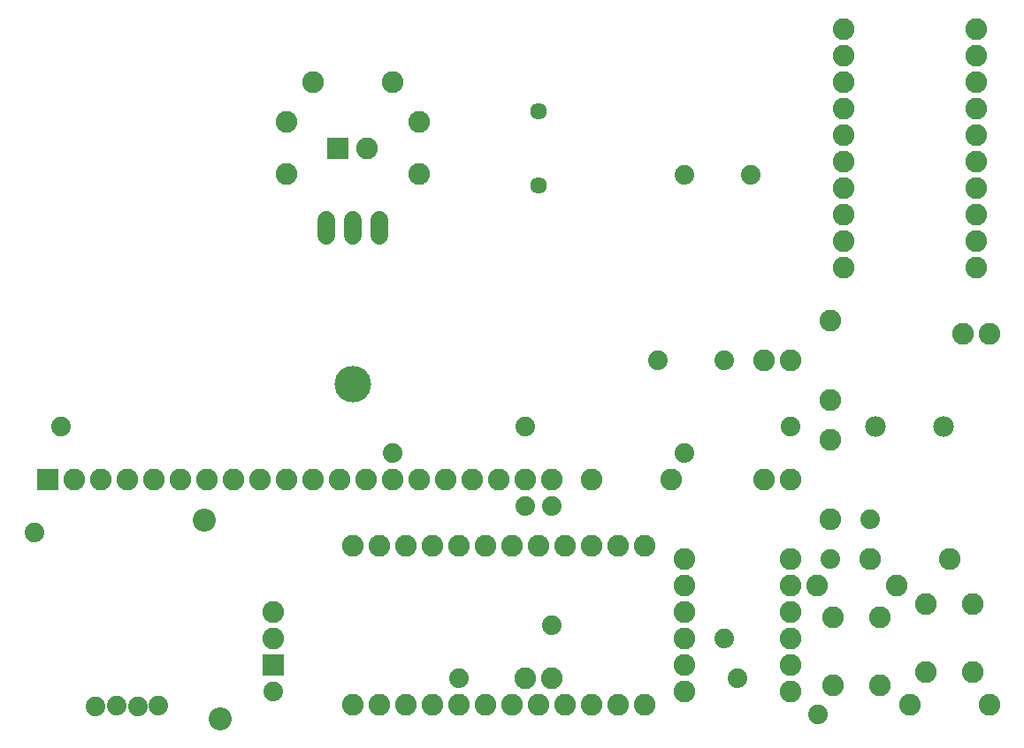
<source format=gbs>
G75*
G70*
%OFA0B0*%
%FSLAX24Y24*%
%IPPOS*%
%LPD*%
%AMOC8*
5,1,8,0,0,1.08239X$1,22.5*
%
%ADD10C,0.0820*%
%ADD11C,0.0867*%
%ADD12R,0.0820X0.0820*%
%ADD13C,0.0680*%
%ADD14C,0.1380*%
%ADD15C,0.0634*%
%ADD16C,0.0780*%
%ADD17C,0.0740*%
D10*
X010181Y004181D03*
X010181Y005181D03*
X013181Y007681D03*
X014181Y007681D03*
X015181Y007681D03*
X016181Y007681D03*
X017181Y007681D03*
X018181Y007681D03*
X019181Y007681D03*
X020181Y007681D03*
X021181Y007681D03*
X022181Y007681D03*
X023181Y007681D03*
X024181Y007681D03*
X025681Y007181D03*
X025681Y006181D03*
X025681Y005181D03*
X025681Y004181D03*
X025681Y003181D03*
X025681Y002181D03*
X024181Y001681D03*
X023181Y001681D03*
X022181Y001681D03*
X021181Y001681D03*
X020181Y001681D03*
X019181Y001681D03*
X018181Y001681D03*
X017181Y001681D03*
X016181Y001681D03*
X015181Y001681D03*
X014181Y001681D03*
X013181Y001681D03*
X019681Y002681D03*
X020681Y002681D03*
X029681Y002181D03*
X029681Y003181D03*
X029681Y004181D03*
X029681Y005181D03*
X029681Y006181D03*
X030681Y006181D03*
X031291Y004961D03*
X033071Y004961D03*
X033681Y006181D03*
X034791Y005461D03*
X036571Y005461D03*
X035681Y007181D03*
X032681Y007181D03*
X031181Y008681D03*
X029681Y007181D03*
X029681Y010181D03*
X028681Y010181D03*
X031181Y011681D03*
X031181Y013181D03*
X029681Y014681D03*
X028681Y014681D03*
X031181Y016181D03*
X031681Y018181D03*
X031681Y019181D03*
X031681Y020181D03*
X031681Y021181D03*
X031681Y022181D03*
X031681Y023181D03*
X031681Y024181D03*
X031681Y025181D03*
X031681Y026181D03*
X031681Y027181D03*
X036681Y027181D03*
X036681Y026181D03*
X036681Y025181D03*
X036681Y024181D03*
X036681Y023181D03*
X036681Y022181D03*
X036681Y021181D03*
X036681Y020181D03*
X036681Y019181D03*
X036681Y018181D03*
X036181Y015681D03*
X037181Y015681D03*
X025181Y010181D03*
X022181Y010181D03*
X020681Y010181D03*
X019681Y010181D03*
X018681Y010181D03*
X017681Y010181D03*
X016681Y010181D03*
X015681Y010181D03*
X014681Y010181D03*
X013681Y010181D03*
X012681Y010181D03*
X011681Y010181D03*
X010681Y010181D03*
X009681Y010181D03*
X008681Y010181D03*
X007681Y010181D03*
X006681Y010181D03*
X005681Y010181D03*
X004681Y010181D03*
X003681Y010181D03*
X002681Y010181D03*
X010681Y021697D03*
X010681Y023666D03*
X011681Y025181D03*
X014681Y025181D03*
X015681Y023666D03*
X013731Y022681D03*
X015681Y021697D03*
X034791Y002901D03*
X033071Y002401D03*
X034181Y001681D03*
X036571Y002901D03*
X037181Y001681D03*
X031291Y002401D03*
D11*
X008181Y001144D03*
X007585Y008642D03*
D12*
X001681Y010181D03*
X010181Y003181D03*
X012631Y022681D03*
D13*
X012181Y019981D02*
X012181Y019381D01*
X013181Y019381D02*
X013181Y019981D01*
X014181Y019981D02*
X014181Y019381D01*
D14*
X013181Y013781D03*
D15*
X020181Y021281D03*
X020181Y024081D03*
D16*
X032902Y012181D03*
X035461Y012181D03*
D17*
X003501Y001621D03*
X004281Y001641D03*
X005081Y001621D03*
X005861Y001641D03*
X010181Y002181D03*
X017181Y002681D03*
X020681Y004681D03*
X027181Y004181D03*
X027681Y002681D03*
X030721Y001321D03*
X031181Y007181D03*
X032681Y008681D03*
X029681Y012181D03*
X027181Y014681D03*
X024681Y014681D03*
X025681Y011181D03*
X020681Y009181D03*
X019681Y009181D03*
X019681Y012181D03*
X014681Y011181D03*
X002181Y012181D03*
X001181Y008181D03*
X025681Y021681D03*
X028181Y021681D03*
M02*

</source>
